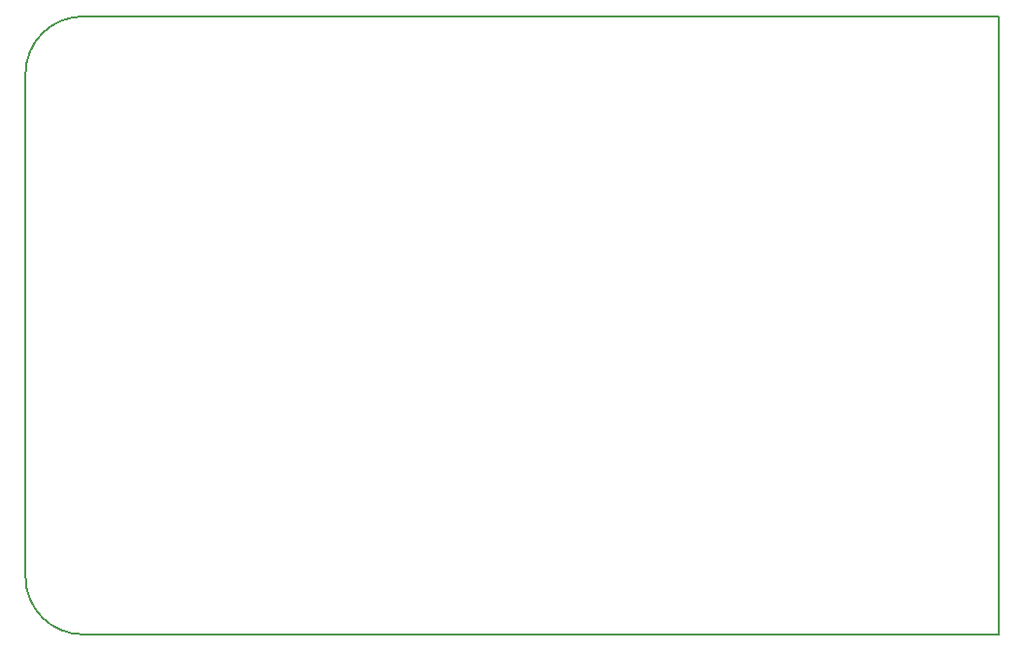
<source format=gbr>
%TF.GenerationSoftware,KiCad,Pcbnew,8.0.2*%
%TF.CreationDate,2024-11-25T11:24:25-06:00*%
%TF.ProjectId,LampBoardModule,4c616d70-426f-4617-9264-4d6f64756c65,rev?*%
%TF.SameCoordinates,Original*%
%TF.FileFunction,Profile,NP*%
%FSLAX46Y46*%
G04 Gerber Fmt 4.6, Leading zero omitted, Abs format (unit mm)*
G04 Created by KiCad (PCBNEW 8.0.2) date 2024-11-25 11:24:25*
%MOMM*%
%LPD*%
G01*
G04 APERTURE LIST*
%TA.AperFunction,Profile*%
%ADD10C,0.200000*%
%TD*%
G04 APERTURE END LIST*
D10*
X125976468Y-124750000D02*
X125976468Y-84750000D01*
X41000001Y-82750001D02*
G75*
G02*
X46000000Y-77750001I4999999J1D01*
G01*
X41000001Y-82750001D02*
X41000001Y-126750001D01*
X46000000Y-77750000D02*
X125976468Y-77750000D01*
X125976468Y-131750000D02*
X125976468Y-124750000D01*
X46000002Y-131750000D02*
X125976468Y-131750000D01*
X125976468Y-77750000D02*
X125976468Y-84750000D01*
X46000002Y-131750000D02*
G75*
G02*
X41000000Y-126750001I-2J5000000D01*
G01*
M02*

</source>
